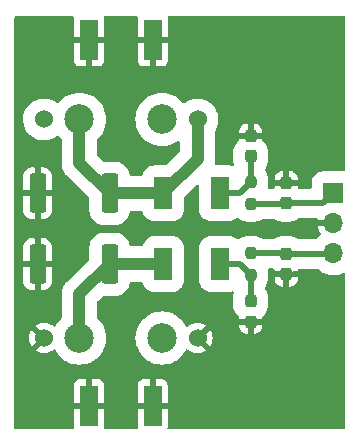
<source format=gbr>
%TF.GenerationSoftware,KiCad,Pcbnew,(5.99.0-12374-g2479e1d7b1)*%
%TF.CreationDate,2021-11-10T00:42:54+03:00*%
%TF.ProjectId,swr,7377722e-6b69-4636-9164-5f7063625858,rev?*%
%TF.SameCoordinates,Original*%
%TF.FileFunction,Copper,L2,Bot*%
%TF.FilePolarity,Positive*%
%FSLAX46Y46*%
G04 Gerber Fmt 4.6, Leading zero omitted, Abs format (unit mm)*
G04 Created by KiCad (PCBNEW (5.99.0-12374-g2479e1d7b1)) date 2021-11-10 00:42:54*
%MOMM*%
%LPD*%
G01*
G04 APERTURE LIST*
G04 Aperture macros list*
%AMRoundRect*
0 Rectangle with rounded corners*
0 $1 Rounding radius*
0 $2 $3 $4 $5 $6 $7 $8 $9 X,Y pos of 4 corners*
0 Add a 4 corners polygon primitive as box body*
4,1,4,$2,$3,$4,$5,$6,$7,$8,$9,$2,$3,0*
0 Add four circle primitives for the rounded corners*
1,1,$1+$1,$2,$3*
1,1,$1+$1,$4,$5*
1,1,$1+$1,$6,$7*
1,1,$1+$1,$8,$9*
0 Add four rect primitives between the rounded corners*
20,1,$1+$1,$2,$3,$4,$5,0*
20,1,$1+$1,$4,$5,$6,$7,0*
20,1,$1+$1,$6,$7,$8,$9,0*
20,1,$1+$1,$8,$9,$2,$3,0*%
G04 Aperture macros list end*
%TA.AperFunction,SMDPad,CuDef*%
%ADD10R,1.500000X3.500000*%
%TD*%
%TA.AperFunction,ComponentPad*%
%ADD11R,1.700000X1.700000*%
%TD*%
%TA.AperFunction,ComponentPad*%
%ADD12O,1.700000X1.700000*%
%TD*%
%TA.AperFunction,ComponentPad*%
%ADD13C,1.524000*%
%TD*%
%TA.AperFunction,ComponentPad*%
%ADD14C,2.500000*%
%TD*%
%TA.AperFunction,ComponentPad*%
%ADD15C,7.000000*%
%TD*%
%TA.AperFunction,SMDPad,CuDef*%
%ADD16RoundRect,0.237500X0.237500X-0.300000X0.237500X0.300000X-0.237500X0.300000X-0.237500X-0.300000X0*%
%TD*%
%TA.AperFunction,SMDPad,CuDef*%
%ADD17R,1.500000X2.700000*%
%TD*%
%TA.AperFunction,SMDPad,CuDef*%
%ADD18RoundRect,0.237500X0.237500X-0.250000X0.237500X0.250000X-0.237500X0.250000X-0.237500X-0.250000X0*%
%TD*%
%TA.AperFunction,SMDPad,CuDef*%
%ADD19RoundRect,0.249999X-0.450001X-1.425001X0.450001X-1.425001X0.450001X1.425001X-0.450001X1.425001X0*%
%TD*%
%TA.AperFunction,SMDPad,CuDef*%
%ADD20RoundRect,0.249999X0.450001X1.425001X-0.450001X1.425001X-0.450001X-1.425001X0.450001X-1.425001X0*%
%TD*%
%TA.AperFunction,SMDPad,CuDef*%
%ADD21RoundRect,0.237500X-0.237500X0.250000X-0.237500X-0.250000X0.237500X-0.250000X0.237500X0.250000X0*%
%TD*%
%TA.AperFunction,ViaPad*%
%ADD22C,0.800000*%
%TD*%
%TA.AperFunction,Conductor*%
%ADD23C,0.500000*%
%TD*%
%TA.AperFunction,Conductor*%
%ADD24C,1.000000*%
%TD*%
G04 APERTURE END LIST*
D10*
%TO.P,J1,2,Ext*%
%TO.N,GND*%
X144300000Y-70000000D03*
X149700000Y-70000000D03*
%TD*%
%TO.P,J2,2,Ext*%
%TO.N,GND*%
X144300000Y-101000000D03*
X149700000Y-101000000D03*
%TD*%
D11*
%TO.P,J3,1,Pin_1*%
%TO.N,Net-(C4-Pad1)*%
X165000000Y-83000000D03*
D12*
%TO.P,J3,2,Pin_2*%
%TO.N,GND*%
X165000000Y-85540000D03*
%TO.P,J3,3,Pin_3*%
%TO.N,Net-(C2-Pad2)*%
X165000000Y-88080000D03*
%TD*%
D13*
%TO.P,T1,1*%
%TO.N,Net-(J1-Pad1)*%
X140500000Y-76750000D03*
D14*
%TO.P,T1,2*%
%TO.N,Net-(D2-Pad2)*%
X143500000Y-76750000D03*
%TO.P,T1,3*%
%TO.N,Net-(J1-Pad1)*%
X150500000Y-76750000D03*
D13*
%TO.P,T1,4*%
%TO.N,Net-(D2-Pad2)*%
X153500000Y-76750000D03*
%TO.P,T1,5*%
%TO.N,GND*%
X140500000Y-95250000D03*
D14*
%TO.P,T1,6*%
%TO.N,Net-(D1-Pad2)*%
X143500000Y-95250000D03*
%TO.P,T1,7*%
%TO.N,Net-(J2-Pad1)*%
X150500000Y-95250000D03*
D13*
%TO.P,T1,8*%
%TO.N,GND*%
X153500000Y-95250000D03*
%TD*%
D15*
%TO.P,H2,1,1*%
%TO.N,GND*%
X161290000Y-98425000D03*
%TD*%
%TO.P,H1,1,1*%
%TO.N,GND*%
X161290000Y-72390000D03*
%TD*%
D16*
%TO.P,C1,1*%
%TO.N,GND*%
X158000000Y-93862500D03*
%TO.P,C1,2*%
%TO.N,Net-(C1-Pad2)*%
X158000000Y-92137500D03*
%TD*%
%TO.P,C3,1*%
%TO.N,Net-(C3-Pad1)*%
X158000000Y-79862500D03*
%TO.P,C3,2*%
%TO.N,GND*%
X158000000Y-78137500D03*
%TD*%
%TO.P,C4,1*%
%TO.N,Net-(C4-Pad1)*%
X161000000Y-83862500D03*
%TO.P,C4,2*%
%TO.N,GND*%
X161000000Y-82137500D03*
%TD*%
D17*
%TO.P,D1,1,K*%
%TO.N,Net-(C1-Pad2)*%
X155400000Y-89000000D03*
%TO.P,D1,2,A*%
%TO.N,Net-(D1-Pad2)*%
X150600000Y-89000000D03*
%TD*%
%TO.P,D2,1,K*%
%TO.N,Net-(C3-Pad1)*%
X155400000Y-83000000D03*
%TO.P,D2,2,A*%
%TO.N,Net-(D2-Pad2)*%
X150600000Y-83000000D03*
%TD*%
D18*
%TO.P,R1,1*%
%TO.N,Net-(C1-Pad2)*%
X158000000Y-89912500D03*
%TO.P,R1,2*%
%TO.N,Net-(C2-Pad2)*%
X158000000Y-88087500D03*
%TD*%
D19*
%TO.P,R2,1*%
%TO.N,GND*%
X139950000Y-89000000D03*
%TO.P,R2,2*%
%TO.N,Net-(D1-Pad2)*%
X146050000Y-89000000D03*
%TD*%
D20*
%TO.P,R3,1*%
%TO.N,Net-(D2-Pad2)*%
X146050000Y-83000000D03*
%TO.P,R3,2*%
%TO.N,GND*%
X139950000Y-83000000D03*
%TD*%
D21*
%TO.P,R4,1*%
%TO.N,Net-(C3-Pad1)*%
X158000000Y-82087500D03*
%TO.P,R4,2*%
%TO.N,Net-(C4-Pad1)*%
X158000000Y-83912500D03*
%TD*%
D16*
%TO.P,C2,1*%
%TO.N,GND*%
X161000000Y-89862500D03*
%TO.P,C2,2*%
%TO.N,Net-(C2-Pad2)*%
X161000000Y-88137500D03*
%TD*%
D22*
%TO.N,GND*%
X147955000Y-79375000D03*
X142000000Y-87000000D03*
X152400000Y-69215000D03*
X142000000Y-88265000D03*
X152400000Y-102235000D03*
X142000000Y-82550000D03*
X143510000Y-86995000D03*
X141605000Y-99695000D03*
X152400000Y-70485000D03*
X142000000Y-85000000D03*
X148000000Y-86000000D03*
X142000000Y-83820000D03*
X141605000Y-100965000D03*
X152400000Y-99695000D03*
X152400000Y-100965000D03*
X141605000Y-70485000D03*
X152400000Y-71755000D03*
X141605000Y-69215000D03*
X143510000Y-85000000D03*
X147955000Y-92710000D03*
X153000000Y-86000000D03*
X141605000Y-102235000D03*
X142000000Y-89535000D03*
X141605000Y-71755000D03*
%TD*%
D23*
%TO.N,Net-(C1-Pad2)*%
X158000000Y-89912500D02*
X158000000Y-92137500D01*
X157087500Y-89000000D02*
X158000000Y-89912500D01*
X155400000Y-89000000D02*
X157087500Y-89000000D01*
%TO.N,Net-(C2-Pad2)*%
X160950000Y-88087500D02*
X161000000Y-88137500D01*
X158000000Y-88087500D02*
X160950000Y-88087500D01*
X161000000Y-88137500D02*
X164942500Y-88137500D01*
X164942500Y-88137500D02*
X165000000Y-88080000D01*
%TO.N,Net-(C3-Pad1)*%
X155400000Y-83000000D02*
X157087500Y-83000000D01*
X157087500Y-83000000D02*
X158000000Y-82087500D01*
X158000000Y-82087500D02*
X158000000Y-79862500D01*
%TO.N,Net-(C4-Pad1)*%
X160950000Y-83912500D02*
X161000000Y-83862500D01*
X161000000Y-83862500D02*
X164137500Y-83862500D01*
X164137500Y-83862500D02*
X165000000Y-83000000D01*
X158000000Y-83912500D02*
X160950000Y-83912500D01*
D24*
%TO.N,Net-(D1-Pad2)*%
X143500000Y-95250000D02*
X143500000Y-91550000D01*
X143500000Y-91550000D02*
X146050000Y-89000000D01*
X146050000Y-89000000D02*
X150600000Y-89000000D01*
%TO.N,Net-(D2-Pad2)*%
X153500000Y-76750000D02*
X153500000Y-80100000D01*
X153500000Y-80100000D02*
X150600000Y-83000000D01*
X143500000Y-80450000D02*
X146050000Y-83000000D01*
X143500000Y-76750000D02*
X143500000Y-80450000D01*
X146050000Y-83000000D02*
X150600000Y-83000000D01*
%TD*%
%TA.AperFunction,Conductor*%
%TO.N,GND*%
G36*
X142991650Y-68020002D02*
G01*
X143038143Y-68073658D01*
X143047635Y-68139672D01*
X143048748Y-68139793D01*
X143042369Y-68198514D01*
X143042000Y-68205328D01*
X143042000Y-69727885D01*
X143046475Y-69743124D01*
X143047865Y-69744329D01*
X143055548Y-69746000D01*
X145539884Y-69746000D01*
X145555123Y-69741525D01*
X145556328Y-69740135D01*
X145557999Y-69732452D01*
X145557999Y-68205331D01*
X145557629Y-68198510D01*
X145551252Y-68139793D01*
X145554738Y-68139414D01*
X145557526Y-68084426D01*
X145598885Y-68026720D01*
X145664877Y-68000534D01*
X145676470Y-68000000D01*
X148323529Y-68000000D01*
X148391650Y-68020002D01*
X148438143Y-68073658D01*
X148447635Y-68139672D01*
X148448748Y-68139793D01*
X148442369Y-68198514D01*
X148442000Y-68205328D01*
X148442000Y-69727885D01*
X148446475Y-69743124D01*
X148447865Y-69744329D01*
X148455548Y-69746000D01*
X150939884Y-69746000D01*
X150955123Y-69741525D01*
X150956328Y-69740135D01*
X150957999Y-69732452D01*
X150957999Y-68205331D01*
X150957629Y-68198510D01*
X150951252Y-68139793D01*
X150954738Y-68139414D01*
X150957526Y-68084426D01*
X150998885Y-68026720D01*
X151064877Y-68000534D01*
X151076470Y-68000000D01*
X165874000Y-68000000D01*
X165942121Y-68020002D01*
X165988614Y-68073658D01*
X166000000Y-68126000D01*
X166000000Y-81023500D01*
X165979998Y-81091621D01*
X165926342Y-81138114D01*
X165874000Y-81149500D01*
X164092184Y-81149500D01*
X164089397Y-81149749D01*
X164089391Y-81149749D01*
X164010883Y-81156756D01*
X163971913Y-81160234D01*
X163776530Y-81216259D01*
X163596404Y-81310427D01*
X163591461Y-81314458D01*
X163591460Y-81314459D01*
X163527166Y-81366896D01*
X163438891Y-81438891D01*
X163434862Y-81443831D01*
X163347329Y-81551158D01*
X163310427Y-81596404D01*
X163216259Y-81776530D01*
X163160234Y-81971913D01*
X163149500Y-82092184D01*
X163149500Y-82486000D01*
X163129498Y-82554121D01*
X163075842Y-82600614D01*
X163023500Y-82612000D01*
X162109000Y-82612000D01*
X162040879Y-82591998D01*
X161994386Y-82538342D01*
X161983000Y-82486000D01*
X161983000Y-82409615D01*
X161978525Y-82394376D01*
X161977135Y-82393171D01*
X161969452Y-82391500D01*
X161671092Y-82391500D01*
X161639757Y-82387541D01*
X161438374Y-82335834D01*
X161374851Y-82330667D01*
X161301575Y-82324707D01*
X161301563Y-82324707D01*
X161299024Y-82324500D01*
X160700976Y-82324500D01*
X160698437Y-82324707D01*
X160698425Y-82324707D01*
X160625149Y-82330667D01*
X160561626Y-82335834D01*
X160360243Y-82387541D01*
X160328908Y-82391500D01*
X160035115Y-82391500D01*
X160019876Y-82395975D01*
X160018671Y-82397365D01*
X160017000Y-82405048D01*
X160017000Y-82483766D01*
X160017337Y-82490285D01*
X160017643Y-82493229D01*
X160004783Y-82563051D01*
X159973142Y-82602901D01*
X159969788Y-82605706D01*
X159965176Y-82608911D01*
X159948992Y-82625095D01*
X159886680Y-82659121D01*
X159859897Y-82662000D01*
X159590775Y-82662000D01*
X159522654Y-82641998D01*
X159476161Y-82588342D01*
X159465190Y-82525786D01*
X159475293Y-82401575D01*
X159475293Y-82401563D01*
X159475500Y-82399024D01*
X159475500Y-81791185D01*
X160017000Y-81791185D01*
X160017000Y-81865385D01*
X160021475Y-81880624D01*
X160022865Y-81881829D01*
X160030548Y-81883500D01*
X160727885Y-81883500D01*
X160743124Y-81879025D01*
X160744329Y-81877635D01*
X160746000Y-81869952D01*
X160746000Y-81110115D01*
X160744659Y-81105548D01*
X161254000Y-81105548D01*
X161254000Y-81865385D01*
X161258475Y-81880624D01*
X161259865Y-81881829D01*
X161267548Y-81883500D01*
X161964885Y-81883500D01*
X161980124Y-81879025D01*
X161981329Y-81877635D01*
X161983000Y-81869952D01*
X161983000Y-81791234D01*
X161982663Y-81784718D01*
X161972925Y-81690868D01*
X161970032Y-81677472D01*
X161919512Y-81526047D01*
X161913347Y-81512885D01*
X161829574Y-81377508D01*
X161820540Y-81366110D01*
X161707871Y-81253637D01*
X161696460Y-81244625D01*
X161560937Y-81161088D01*
X161547759Y-81154944D01*
X161396234Y-81104685D01*
X161382868Y-81101819D01*
X161290230Y-81092328D01*
X161283815Y-81092000D01*
X161272115Y-81092000D01*
X161256876Y-81096475D01*
X161255671Y-81097865D01*
X161254000Y-81105548D01*
X160744659Y-81105548D01*
X160741525Y-81094876D01*
X160740135Y-81093671D01*
X160732452Y-81092000D01*
X160716234Y-81092000D01*
X160709718Y-81092337D01*
X160615868Y-81102075D01*
X160602472Y-81104968D01*
X160451047Y-81155488D01*
X160437885Y-81161653D01*
X160302508Y-81245426D01*
X160291110Y-81254460D01*
X160178637Y-81367129D01*
X160169625Y-81378540D01*
X160086088Y-81514063D01*
X160079944Y-81527241D01*
X160029685Y-81678766D01*
X160026819Y-81692132D01*
X160017328Y-81784770D01*
X160017000Y-81791185D01*
X159475500Y-81791185D01*
X159475500Y-81775976D01*
X159464166Y-81636626D01*
X159409207Y-81422577D01*
X159404546Y-81412396D01*
X159319548Y-81226744D01*
X159319545Y-81226739D01*
X159317212Y-81221643D01*
X159273035Y-81158080D01*
X159250500Y-81086171D01*
X159250500Y-80913829D01*
X159273035Y-80841919D01*
X159288356Y-80819876D01*
X159317212Y-80778357D01*
X159319545Y-80773261D01*
X159319548Y-80773256D01*
X159406870Y-80582528D01*
X159406871Y-80582526D01*
X159409207Y-80577423D01*
X159464166Y-80363374D01*
X159475500Y-80224024D01*
X159475500Y-79500976D01*
X159474966Y-79494403D01*
X159464601Y-79366979D01*
X159464166Y-79361626D01*
X159409207Y-79147577D01*
X159343957Y-79005059D01*
X159319548Y-78951744D01*
X159319545Y-78951739D01*
X159317212Y-78946643D01*
X159314011Y-78942037D01*
X159194292Y-78769784D01*
X159194290Y-78769782D01*
X159191089Y-78765176D01*
X159034824Y-78608911D01*
X159030219Y-78605710D01*
X159026864Y-78602905D01*
X158987437Y-78543862D01*
X158982347Y-78493401D01*
X158982673Y-78490224D01*
X158983000Y-78483815D01*
X158983000Y-78409615D01*
X158978525Y-78394376D01*
X158977135Y-78393171D01*
X158969452Y-78391500D01*
X158671092Y-78391500D01*
X158639757Y-78387541D01*
X158438374Y-78335834D01*
X158374851Y-78330667D01*
X158301575Y-78324707D01*
X158301563Y-78324707D01*
X158299024Y-78324500D01*
X157700976Y-78324500D01*
X157698437Y-78324707D01*
X157698425Y-78324707D01*
X157625149Y-78330667D01*
X157561626Y-78335834D01*
X157360243Y-78387541D01*
X157328908Y-78391500D01*
X157035115Y-78391500D01*
X157019876Y-78395975D01*
X157018671Y-78397365D01*
X157017000Y-78405048D01*
X157017000Y-78483766D01*
X157017337Y-78490285D01*
X157017643Y-78493229D01*
X157004783Y-78563051D01*
X156973142Y-78602901D01*
X156969788Y-78605706D01*
X156965176Y-78608911D01*
X156808911Y-78765176D01*
X156805710Y-78769782D01*
X156805708Y-78769784D01*
X156685989Y-78942037D01*
X156682788Y-78946643D01*
X156680455Y-78951739D01*
X156680452Y-78951744D01*
X156656043Y-79005059D01*
X156590793Y-79147577D01*
X156535834Y-79361626D01*
X156535399Y-79366979D01*
X156525035Y-79494403D01*
X156524500Y-79500976D01*
X156524500Y-80224024D01*
X156535834Y-80363374D01*
X156579208Y-80532303D01*
X156579910Y-80535036D01*
X156577478Y-80605991D01*
X156537070Y-80664367D01*
X156471517Y-80691630D01*
X156423141Y-80687490D01*
X156328087Y-80660234D01*
X156296455Y-80657411D01*
X156210609Y-80649749D01*
X156210603Y-80649749D01*
X156207816Y-80649500D01*
X155072748Y-80649500D01*
X155004627Y-80629498D01*
X154958134Y-80575842D01*
X154948030Y-80505568D01*
X154949547Y-80497089D01*
X154957123Y-80461749D01*
X154958907Y-80454488D01*
X154977592Y-80387113D01*
X154977592Y-80387111D01*
X154978974Y-80382129D01*
X154979523Y-80376988D01*
X154979525Y-80376980D01*
X154983028Y-80344208D01*
X154985113Y-80331189D01*
X154992018Y-80298980D01*
X154992019Y-80298971D01*
X154993102Y-80293920D01*
X154993401Y-80287596D01*
X154996639Y-80218918D01*
X154997213Y-80211462D01*
X155000143Y-80184045D01*
X155000500Y-80180708D01*
X155000500Y-80140027D01*
X155000640Y-80134091D01*
X155004482Y-80052619D01*
X155004726Y-80047454D01*
X155001361Y-80018810D01*
X155000500Y-80004109D01*
X155000500Y-77791185D01*
X157017000Y-77791185D01*
X157017000Y-77865385D01*
X157021475Y-77880624D01*
X157022865Y-77881829D01*
X157030548Y-77883500D01*
X157727885Y-77883500D01*
X157743124Y-77879025D01*
X157744329Y-77877635D01*
X157746000Y-77869952D01*
X157746000Y-77110115D01*
X157744659Y-77105548D01*
X158254000Y-77105548D01*
X158254000Y-77865385D01*
X158258475Y-77880624D01*
X158259865Y-77881829D01*
X158267548Y-77883500D01*
X158964885Y-77883500D01*
X158980124Y-77879025D01*
X158981329Y-77877635D01*
X158983000Y-77869952D01*
X158983000Y-77791234D01*
X158982663Y-77784718D01*
X158972925Y-77690868D01*
X158970032Y-77677472D01*
X158919512Y-77526047D01*
X158913347Y-77512885D01*
X158829574Y-77377508D01*
X158820540Y-77366110D01*
X158707871Y-77253637D01*
X158696460Y-77244625D01*
X158560937Y-77161088D01*
X158547759Y-77154944D01*
X158396234Y-77104685D01*
X158382868Y-77101819D01*
X158290230Y-77092328D01*
X158283815Y-77092000D01*
X158272115Y-77092000D01*
X158256876Y-77096475D01*
X158255671Y-77097865D01*
X158254000Y-77105548D01*
X157744659Y-77105548D01*
X157741525Y-77094876D01*
X157740135Y-77093671D01*
X157732452Y-77092000D01*
X157716234Y-77092000D01*
X157709718Y-77092337D01*
X157615868Y-77102075D01*
X157602472Y-77104968D01*
X157451047Y-77155488D01*
X157437885Y-77161653D01*
X157302508Y-77245426D01*
X157291110Y-77254460D01*
X157178637Y-77367129D01*
X157169625Y-77378540D01*
X157086088Y-77514063D01*
X157079944Y-77527241D01*
X157029685Y-77678766D01*
X157026819Y-77692132D01*
X157017328Y-77784770D01*
X157017000Y-77791185D01*
X155000500Y-77791185D01*
X155000500Y-77712395D01*
X155020528Y-77644234D01*
X155053258Y-77593350D01*
X155160852Y-77354501D01*
X155231960Y-77102371D01*
X155248802Y-76969985D01*
X155264622Y-76845631D01*
X155264622Y-76845627D01*
X155265020Y-76842501D01*
X155267442Y-76750000D01*
X155248028Y-76488755D01*
X155190213Y-76233250D01*
X155188520Y-76228896D01*
X155096960Y-75993450D01*
X155096959Y-75993448D01*
X155095267Y-75989097D01*
X155074015Y-75951914D01*
X154967595Y-75765716D01*
X154967593Y-75765714D01*
X154965276Y-75761659D01*
X154803095Y-75555933D01*
X154612287Y-75376440D01*
X154581418Y-75355025D01*
X154400887Y-75229785D01*
X154400884Y-75229783D01*
X154397045Y-75227120D01*
X154392855Y-75225054D01*
X154392852Y-75225052D01*
X154166283Y-75113321D01*
X154166280Y-75113320D01*
X154162095Y-75111256D01*
X154115832Y-75096447D01*
X154061752Y-75079136D01*
X153912601Y-75031393D01*
X153907994Y-75030643D01*
X153907991Y-75030642D01*
X153658654Y-74990035D01*
X153658655Y-74990035D01*
X153654043Y-74989284D01*
X153526858Y-74987619D01*
X153396777Y-74985916D01*
X153396774Y-74985916D01*
X153392100Y-74985855D01*
X153132528Y-75021181D01*
X153128042Y-75022489D01*
X153128040Y-75022489D01*
X153097492Y-75031393D01*
X152881029Y-75094486D01*
X152643127Y-75204160D01*
X152424049Y-75347794D01*
X152421652Y-75349933D01*
X152355793Y-75375398D01*
X152286243Y-75361136D01*
X152250572Y-75332913D01*
X152097467Y-75158331D01*
X152094758Y-75155242D01*
X152091669Y-75152533D01*
X151876057Y-74963445D01*
X151876051Y-74963441D01*
X151872957Y-74960727D01*
X151869527Y-74958435D01*
X151869526Y-74958434D01*
X151631098Y-74799122D01*
X151627665Y-74796828D01*
X151623966Y-74795004D01*
X151623961Y-74795001D01*
X151366772Y-74668170D01*
X151366770Y-74668169D01*
X151363077Y-74666348D01*
X151359177Y-74665024D01*
X151087632Y-74572846D01*
X151087628Y-74572845D01*
X151083722Y-74571519D01*
X151079678Y-74570715D01*
X151079672Y-74570713D01*
X150798423Y-74514770D01*
X150798420Y-74514770D01*
X150794380Y-74513966D01*
X150790269Y-74513697D01*
X150790265Y-74513696D01*
X150504119Y-74494941D01*
X150500000Y-74494671D01*
X150495881Y-74494941D01*
X150209735Y-74513696D01*
X150209731Y-74513697D01*
X150205620Y-74513966D01*
X150201580Y-74514770D01*
X150201577Y-74514770D01*
X149920328Y-74570713D01*
X149920322Y-74570715D01*
X149916278Y-74571519D01*
X149912372Y-74572845D01*
X149912368Y-74572846D01*
X149640823Y-74665024D01*
X149636923Y-74666348D01*
X149633230Y-74668169D01*
X149633228Y-74668170D01*
X149376040Y-74795001D01*
X149376035Y-74795004D01*
X149372336Y-74796828D01*
X149127043Y-74960727D01*
X149123949Y-74963441D01*
X149123943Y-74963445D01*
X148908331Y-75152533D01*
X148905242Y-75155242D01*
X148902533Y-75158331D01*
X148713445Y-75373943D01*
X148713441Y-75373949D01*
X148710727Y-75377043D01*
X148546828Y-75622336D01*
X148545004Y-75626035D01*
X148545001Y-75626040D01*
X148418170Y-75883228D01*
X148416348Y-75886923D01*
X148415025Y-75890821D01*
X148415024Y-75890823D01*
X148380187Y-75993450D01*
X148321519Y-76166278D01*
X148320715Y-76170322D01*
X148320713Y-76170328D01*
X148264770Y-76451577D01*
X148263966Y-76455620D01*
X148263697Y-76459731D01*
X148263696Y-76459735D01*
X148261794Y-76488755D01*
X148244671Y-76750000D01*
X148263966Y-77044380D01*
X148264770Y-77048420D01*
X148264770Y-77048423D01*
X148303797Y-77244625D01*
X148321519Y-77333722D01*
X148322845Y-77337628D01*
X148322846Y-77337632D01*
X148415024Y-77609177D01*
X148416348Y-77613077D01*
X148418169Y-77616770D01*
X148418170Y-77616772D01*
X148543025Y-77869952D01*
X148546828Y-77877664D01*
X148710727Y-78122957D01*
X148713441Y-78126051D01*
X148713445Y-78126057D01*
X148818733Y-78246114D01*
X148905242Y-78344758D01*
X148908331Y-78347467D01*
X149123943Y-78536555D01*
X149123949Y-78536559D01*
X149127043Y-78539273D01*
X149130469Y-78541562D01*
X149130474Y-78541566D01*
X149271908Y-78636069D01*
X149372335Y-78703172D01*
X149376034Y-78704996D01*
X149376039Y-78704999D01*
X149507411Y-78769784D01*
X149636923Y-78833652D01*
X149640821Y-78834975D01*
X149640823Y-78834976D01*
X149912368Y-78927154D01*
X149912372Y-78927155D01*
X149916278Y-78928481D01*
X149920322Y-78929285D01*
X149920328Y-78929287D01*
X150201577Y-78985230D01*
X150201580Y-78985230D01*
X150205620Y-78986034D01*
X150209731Y-78986303D01*
X150209735Y-78986304D01*
X150495881Y-79005059D01*
X150500000Y-79005329D01*
X150504119Y-79005059D01*
X150790265Y-78986304D01*
X150790269Y-78986303D01*
X150794380Y-78986034D01*
X150798420Y-78985230D01*
X150798423Y-78985230D01*
X151079672Y-78929287D01*
X151079678Y-78929285D01*
X151083722Y-78928481D01*
X151087628Y-78927155D01*
X151087632Y-78927154D01*
X151359177Y-78834976D01*
X151359179Y-78834975D01*
X151363077Y-78833652D01*
X151492589Y-78769784D01*
X151623961Y-78704999D01*
X151623966Y-78704996D01*
X151627665Y-78703172D01*
X151803498Y-78585684D01*
X151871251Y-78564469D01*
X151939718Y-78583252D01*
X151987161Y-78636069D01*
X151999500Y-78690449D01*
X151999500Y-79426282D01*
X151979498Y-79494403D01*
X151962595Y-79515377D01*
X150865378Y-80612595D01*
X150803066Y-80646620D01*
X150776283Y-80649500D01*
X149792184Y-80649500D01*
X149789397Y-80649749D01*
X149789391Y-80649749D01*
X149703545Y-80657411D01*
X149671913Y-80660234D01*
X149476530Y-80716259D01*
X149296404Y-80810427D01*
X149291461Y-80814458D01*
X149291460Y-80814459D01*
X149196589Y-80891834D01*
X149138891Y-80938891D01*
X149134862Y-80943831D01*
X149022546Y-81081545D01*
X149010427Y-81096404D01*
X149007472Y-81102057D01*
X149007471Y-81102058D01*
X149004788Y-81107190D01*
X148916259Y-81276530D01*
X148890573Y-81366110D01*
X148878495Y-81408230D01*
X148840491Y-81468199D01*
X148776099Y-81498101D01*
X148757376Y-81499500D01*
X147865581Y-81499500D01*
X147797460Y-81479498D01*
X147750967Y-81425842D01*
X147739996Y-81383717D01*
X147739486Y-81377447D01*
X147739051Y-81372097D01*
X147729952Y-81336656D01*
X147684934Y-81161328D01*
X147683537Y-81155887D01*
X147654288Y-81092000D01*
X147617215Y-81011027D01*
X147590614Y-80952924D01*
X147578308Y-80935217D01*
X147545325Y-80887762D01*
X147463218Y-80769625D01*
X147305375Y-80611782D01*
X147166315Y-80515133D01*
X147126682Y-80487587D01*
X147126680Y-80487586D01*
X147122076Y-80484386D01*
X146995020Y-80426216D01*
X146924218Y-80393800D01*
X146924216Y-80393799D01*
X146919113Y-80391463D01*
X146702903Y-80335949D01*
X146638769Y-80330733D01*
X146564690Y-80324707D01*
X146564678Y-80324707D01*
X146562139Y-80324500D01*
X146366999Y-80324500D01*
X145548718Y-80324501D01*
X145480597Y-80304499D01*
X145459623Y-80287596D01*
X145037405Y-79865378D01*
X145003379Y-79803066D01*
X145000500Y-79776283D01*
X145000500Y-78484510D01*
X145020502Y-78416389D01*
X145043423Y-78389778D01*
X145091662Y-78347474D01*
X145091669Y-78347467D01*
X145094758Y-78344758D01*
X145181267Y-78246114D01*
X145286555Y-78126057D01*
X145286559Y-78126051D01*
X145289273Y-78122957D01*
X145453172Y-77877664D01*
X145456976Y-77869952D01*
X145581830Y-77616772D01*
X145581831Y-77616770D01*
X145583652Y-77613077D01*
X145584976Y-77609177D01*
X145677154Y-77337632D01*
X145677155Y-77337628D01*
X145678481Y-77333722D01*
X145696204Y-77244625D01*
X145735230Y-77048423D01*
X145735230Y-77048420D01*
X145736034Y-77044380D01*
X145755329Y-76750000D01*
X145738206Y-76488755D01*
X145736304Y-76459735D01*
X145736303Y-76459731D01*
X145736034Y-76455620D01*
X145735230Y-76451577D01*
X145679287Y-76170328D01*
X145679285Y-76170322D01*
X145678481Y-76166278D01*
X145619814Y-75993450D01*
X145584976Y-75890823D01*
X145584975Y-75890821D01*
X145583652Y-75886923D01*
X145581830Y-75883228D01*
X145454999Y-75626040D01*
X145454996Y-75626035D01*
X145453172Y-75622336D01*
X145289273Y-75377043D01*
X145286559Y-75373949D01*
X145286555Y-75373943D01*
X145097467Y-75158331D01*
X145094758Y-75155242D01*
X145091669Y-75152533D01*
X144876057Y-74963445D01*
X144876051Y-74963441D01*
X144872957Y-74960727D01*
X144869527Y-74958435D01*
X144869526Y-74958434D01*
X144631098Y-74799122D01*
X144627665Y-74796828D01*
X144623966Y-74795004D01*
X144623961Y-74795001D01*
X144366772Y-74668170D01*
X144366770Y-74668169D01*
X144363077Y-74666348D01*
X144359177Y-74665024D01*
X144087632Y-74572846D01*
X144087628Y-74572845D01*
X144083722Y-74571519D01*
X144079678Y-74570715D01*
X144079672Y-74570713D01*
X143798423Y-74514770D01*
X143798420Y-74514770D01*
X143794380Y-74513966D01*
X143790269Y-74513697D01*
X143790265Y-74513696D01*
X143504119Y-74494941D01*
X143500000Y-74494671D01*
X143495881Y-74494941D01*
X143209735Y-74513696D01*
X143209731Y-74513697D01*
X143205620Y-74513966D01*
X143201580Y-74514770D01*
X143201577Y-74514770D01*
X142920328Y-74570713D01*
X142920322Y-74570715D01*
X142916278Y-74571519D01*
X142912372Y-74572845D01*
X142912368Y-74572846D01*
X142640823Y-74665024D01*
X142636923Y-74666348D01*
X142633230Y-74668169D01*
X142633228Y-74668170D01*
X142376040Y-74795001D01*
X142376035Y-74795004D01*
X142372336Y-74796828D01*
X142127043Y-74960727D01*
X142123949Y-74963441D01*
X142123943Y-74963445D01*
X141908331Y-75152533D01*
X141905242Y-75155242D01*
X141842207Y-75227120D01*
X141747970Y-75334576D01*
X141688016Y-75372603D01*
X141617021Y-75372181D01*
X141581418Y-75355025D01*
X141400887Y-75229785D01*
X141400884Y-75229783D01*
X141397045Y-75227120D01*
X141392855Y-75225054D01*
X141392852Y-75225052D01*
X141166283Y-75113321D01*
X141166280Y-75113320D01*
X141162095Y-75111256D01*
X141115832Y-75096447D01*
X141061752Y-75079136D01*
X140912601Y-75031393D01*
X140907994Y-75030643D01*
X140907991Y-75030642D01*
X140658654Y-74990035D01*
X140658655Y-74990035D01*
X140654043Y-74989284D01*
X140526858Y-74987619D01*
X140396777Y-74985916D01*
X140396774Y-74985916D01*
X140392100Y-74985855D01*
X140132528Y-75021181D01*
X140128042Y-75022489D01*
X140128040Y-75022489D01*
X140097492Y-75031393D01*
X139881029Y-75094486D01*
X139643127Y-75204160D01*
X139608107Y-75227120D01*
X139427962Y-75345228D01*
X139427958Y-75345231D01*
X139424049Y-75347794D01*
X139228609Y-75522232D01*
X139061098Y-75723641D01*
X138925198Y-75947598D01*
X138923389Y-75951912D01*
X138923388Y-75951914D01*
X138905971Y-75993450D01*
X138823893Y-76189182D01*
X138759409Y-76443087D01*
X138733164Y-76703734D01*
X138745732Y-76965397D01*
X138746645Y-76969985D01*
X138784658Y-77161088D01*
X138796839Y-77222328D01*
X138798418Y-77226726D01*
X138798420Y-77226733D01*
X138883778Y-77464474D01*
X138885361Y-77468883D01*
X139009355Y-77699646D01*
X139012150Y-77703389D01*
X139012152Y-77703392D01*
X139163303Y-77905808D01*
X139163308Y-77905814D01*
X139166095Y-77909546D01*
X139169404Y-77912826D01*
X139169409Y-77912832D01*
X139324323Y-78066400D01*
X139352138Y-78093973D01*
X139355900Y-78096731D01*
X139355903Y-78096734D01*
X139472667Y-78182349D01*
X139563398Y-78248876D01*
X139567529Y-78251050D01*
X139567530Y-78251050D01*
X139791099Y-78368675D01*
X139791105Y-78368677D01*
X139795234Y-78370850D01*
X139799642Y-78372389D01*
X139799648Y-78372392D01*
X140038136Y-78455676D01*
X140042552Y-78457218D01*
X140299920Y-78506081D01*
X140424175Y-78510963D01*
X140557015Y-78516182D01*
X140557020Y-78516182D01*
X140561683Y-78516365D01*
X140663540Y-78505210D01*
X140817438Y-78488356D01*
X140817444Y-78488355D01*
X140822091Y-78487846D01*
X140944281Y-78455676D01*
X141070900Y-78422340D01*
X141070902Y-78422339D01*
X141075423Y-78421149D01*
X141079720Y-78419303D01*
X141311820Y-78319585D01*
X141311822Y-78319584D01*
X141316114Y-78317740D01*
X141538876Y-78179891D01*
X141571657Y-78152140D01*
X141636573Y-78123392D01*
X141706726Y-78134304D01*
X141747799Y-78165229D01*
X141905242Y-78344758D01*
X141908331Y-78347467D01*
X141908338Y-78347474D01*
X141956577Y-78389778D01*
X141994605Y-78449731D01*
X141999500Y-78484510D01*
X141999500Y-80334268D01*
X141998243Y-80352021D01*
X141997007Y-80360706D01*
X141997124Y-80365868D01*
X141997124Y-80365871D01*
X141999468Y-80469150D01*
X141999500Y-80472009D01*
X141999500Y-80512554D01*
X141999710Y-80515109D01*
X141999711Y-80515133D01*
X142000509Y-80524839D01*
X142000901Y-80532298D01*
X142002605Y-80607382D01*
X142003563Y-80612454D01*
X142003564Y-80612460D01*
X142009684Y-80644847D01*
X142011451Y-80657916D01*
X142013883Y-80687490D01*
X142014575Y-80695911D01*
X142015835Y-80700926D01*
X142032869Y-80768746D01*
X142034474Y-80776045D01*
X142047457Y-80844753D01*
X142048417Y-80849833D01*
X142050192Y-80854684D01*
X142050193Y-80854687D01*
X142061518Y-80885633D01*
X142065395Y-80898236D01*
X142074684Y-80935217D01*
X142082383Y-80952924D01*
X142104629Y-81004087D01*
X142107404Y-81011025D01*
X142133211Y-81081545D01*
X142148314Y-81108239D01*
X142151983Y-81114724D01*
X142157869Y-81126528D01*
X142173072Y-81161493D01*
X142213862Y-81224545D01*
X142217727Y-81230927D01*
X142252164Y-81291795D01*
X142252169Y-81291803D01*
X142254712Y-81296297D01*
X142257957Y-81300319D01*
X142257962Y-81300326D01*
X142278659Y-81325977D01*
X142286386Y-81336651D01*
X142307095Y-81368661D01*
X142357635Y-81424203D01*
X142362492Y-81429871D01*
X142379803Y-81451326D01*
X142379810Y-81451334D01*
X142381917Y-81453945D01*
X142410674Y-81482702D01*
X142414773Y-81486998D01*
X142473154Y-81551158D01*
X142477205Y-81554357D01*
X142477209Y-81554361D01*
X142495793Y-81569037D01*
X142506796Y-81578824D01*
X143421202Y-82493229D01*
X144312596Y-83384623D01*
X144346621Y-83446935D01*
X144349501Y-83473718D01*
X144349501Y-84487138D01*
X144360949Y-84627903D01*
X144362283Y-84633099D01*
X144362284Y-84633104D01*
X144383911Y-84717332D01*
X144416463Y-84844113D01*
X144509386Y-85047076D01*
X144636782Y-85230375D01*
X144794625Y-85388218D01*
X144977924Y-85515614D01*
X145104980Y-85573784D01*
X145175782Y-85606200D01*
X145175784Y-85606201D01*
X145180887Y-85608537D01*
X145397097Y-85664051D01*
X145461231Y-85669267D01*
X145535310Y-85675293D01*
X145535322Y-85675293D01*
X145537861Y-85675500D01*
X146049799Y-85675500D01*
X146562138Y-85675499D01*
X146702903Y-85664051D01*
X146708099Y-85662717D01*
X146708104Y-85662716D01*
X146913672Y-85609934D01*
X146919113Y-85608537D01*
X146924216Y-85606201D01*
X146924218Y-85606200D01*
X146995020Y-85573784D01*
X147122076Y-85515614D01*
X147305375Y-85388218D01*
X147463218Y-85230375D01*
X147590614Y-85047076D01*
X147683537Y-84844113D01*
X147739051Y-84627903D01*
X147739996Y-84616284D01*
X147765455Y-84550009D01*
X147822704Y-84508020D01*
X147865581Y-84500500D01*
X148757376Y-84500500D01*
X148825497Y-84520502D01*
X148871990Y-84574158D01*
X148878494Y-84591767D01*
X148916259Y-84723470D01*
X149010427Y-84903596D01*
X149014458Y-84908539D01*
X149014459Y-84908540D01*
X149104334Y-85018738D01*
X149138891Y-85061109D01*
X149143831Y-85065138D01*
X149288345Y-85183000D01*
X149296404Y-85189573D01*
X149476530Y-85283741D01*
X149671913Y-85339766D01*
X149703545Y-85342589D01*
X149789391Y-85350251D01*
X149789397Y-85350251D01*
X149792184Y-85350500D01*
X151407816Y-85350500D01*
X151410603Y-85350251D01*
X151410609Y-85350251D01*
X151496455Y-85342589D01*
X151528087Y-85339766D01*
X151723470Y-85283741D01*
X151903596Y-85189573D01*
X151911656Y-85183000D01*
X152056169Y-85065138D01*
X152061109Y-85061109D01*
X152095666Y-85018738D01*
X152185541Y-84908540D01*
X152185542Y-84908539D01*
X152189573Y-84903596D01*
X152283741Y-84723470D01*
X152339766Y-84528087D01*
X152343649Y-84484581D01*
X152350251Y-84410609D01*
X152350251Y-84410603D01*
X152350500Y-84407816D01*
X152350500Y-83423718D01*
X152370502Y-83355597D01*
X152387405Y-83334623D01*
X153434405Y-82287623D01*
X153496717Y-82253597D01*
X153567532Y-82258662D01*
X153624368Y-82301209D01*
X153649179Y-82367729D01*
X153649500Y-82376718D01*
X153649500Y-84407816D01*
X153649749Y-84410603D01*
X153649749Y-84410609D01*
X153656351Y-84484581D01*
X153660234Y-84528087D01*
X153716259Y-84723470D01*
X153810427Y-84903596D01*
X153814458Y-84908539D01*
X153814459Y-84908540D01*
X153904334Y-85018738D01*
X153938891Y-85061109D01*
X153943831Y-85065138D01*
X154088345Y-85183000D01*
X154096404Y-85189573D01*
X154276530Y-85283741D01*
X154471913Y-85339766D01*
X154503545Y-85342589D01*
X154589391Y-85350251D01*
X154589397Y-85350251D01*
X154592184Y-85350500D01*
X156207816Y-85350500D01*
X156210603Y-85350251D01*
X156210609Y-85350251D01*
X156296455Y-85342589D01*
X156328087Y-85339766D01*
X156523470Y-85283741D01*
X156703596Y-85189573D01*
X156708547Y-85185535D01*
X156800264Y-85110734D01*
X156865696Y-85083180D01*
X156935637Y-85095376D01*
X156960724Y-85111716D01*
X156961206Y-85112119D01*
X156965176Y-85116089D01*
X156969782Y-85119290D01*
X156969784Y-85119292D01*
X157135325Y-85234346D01*
X157146643Y-85242212D01*
X157151739Y-85244545D01*
X157151744Y-85244548D01*
X157342472Y-85331870D01*
X157342474Y-85331871D01*
X157347577Y-85334207D01*
X157561626Y-85389166D01*
X157625149Y-85394333D01*
X157698425Y-85400293D01*
X157698437Y-85400293D01*
X157700976Y-85400500D01*
X158299024Y-85400500D01*
X158301563Y-85400293D01*
X158301575Y-85400293D01*
X158374851Y-85394333D01*
X158438374Y-85389166D01*
X158652423Y-85334207D01*
X158657526Y-85331871D01*
X158657528Y-85331870D01*
X158848256Y-85244548D01*
X158848261Y-85244545D01*
X158853357Y-85242212D01*
X158934905Y-85185535D01*
X159006814Y-85163000D01*
X159993186Y-85163000D01*
X160065095Y-85185535D01*
X160146643Y-85242212D01*
X160151739Y-85244545D01*
X160151744Y-85244548D01*
X160342472Y-85331870D01*
X160342474Y-85331871D01*
X160347577Y-85334207D01*
X160561626Y-85389166D01*
X160625149Y-85394333D01*
X160698425Y-85400293D01*
X160698437Y-85400293D01*
X160700976Y-85400500D01*
X161299024Y-85400500D01*
X161301563Y-85400293D01*
X161301575Y-85400293D01*
X161374851Y-85394333D01*
X161438374Y-85389166D01*
X161652423Y-85334207D01*
X161657526Y-85331871D01*
X161657528Y-85331870D01*
X161848256Y-85244548D01*
X161848261Y-85244545D01*
X161853357Y-85242212D01*
X161870389Y-85230375D01*
X162006845Y-85135535D01*
X162078755Y-85113000D01*
X163543391Y-85113000D01*
X163611512Y-85133002D01*
X163658005Y-85186658D01*
X163668109Y-85256932D01*
X163664808Y-85272675D01*
X163664389Y-85274186D01*
X163665912Y-85282607D01*
X163678292Y-85286000D01*
X165128000Y-85286000D01*
X165196121Y-85306002D01*
X165242614Y-85359658D01*
X165254000Y-85412000D01*
X165254000Y-85668000D01*
X165233998Y-85736121D01*
X165180342Y-85782614D01*
X165128000Y-85794000D01*
X163683225Y-85794000D01*
X163669694Y-85797973D01*
X163668257Y-85807966D01*
X163698565Y-85942446D01*
X163701645Y-85952275D01*
X163781770Y-86149603D01*
X163786413Y-86158794D01*
X163897695Y-86340390D01*
X163903773Y-86348695D01*
X163941666Y-86392439D01*
X163971149Y-86457025D01*
X163961034Y-86527297D01*
X163919687Y-86577452D01*
X163817434Y-86650523D01*
X163801427Y-86665793D01*
X163638230Y-86821475D01*
X163627816Y-86831409D01*
X163621829Y-86839004D01*
X163563949Y-86880118D01*
X163522878Y-86887000D01*
X162078755Y-86887000D01*
X162006845Y-86864465D01*
X161857963Y-86760989D01*
X161857961Y-86760988D01*
X161853357Y-86757788D01*
X161848261Y-86755455D01*
X161848256Y-86755452D01*
X161657528Y-86668130D01*
X161657526Y-86668129D01*
X161652423Y-86665793D01*
X161438374Y-86610834D01*
X161374851Y-86605667D01*
X161301575Y-86599707D01*
X161301563Y-86599707D01*
X161299024Y-86599500D01*
X160700976Y-86599500D01*
X160698437Y-86599707D01*
X160698425Y-86599707D01*
X160625149Y-86605667D01*
X160561626Y-86610834D01*
X160347577Y-86665793D01*
X160342474Y-86668129D01*
X160342472Y-86668130D01*
X160151744Y-86755452D01*
X160151739Y-86755455D01*
X160146643Y-86757788D01*
X160065099Y-86814463D01*
X160065096Y-86814465D01*
X159993186Y-86837000D01*
X159006814Y-86837000D01*
X158934904Y-86814465D01*
X158934902Y-86814463D01*
X158853357Y-86757788D01*
X158848261Y-86755455D01*
X158848256Y-86755452D01*
X158657528Y-86668130D01*
X158657526Y-86668129D01*
X158652423Y-86665793D01*
X158438374Y-86610834D01*
X158374851Y-86605667D01*
X158301575Y-86599707D01*
X158301563Y-86599707D01*
X158299024Y-86599500D01*
X157700976Y-86599500D01*
X157698437Y-86599707D01*
X157698425Y-86599707D01*
X157625149Y-86605667D01*
X157561626Y-86610834D01*
X157347577Y-86665793D01*
X157342474Y-86668129D01*
X157342472Y-86668130D01*
X157151744Y-86755452D01*
X157151739Y-86755455D01*
X157146643Y-86757788D01*
X157142039Y-86760988D01*
X157142037Y-86760989D01*
X156969784Y-86880708D01*
X156969782Y-86880710D01*
X156965176Y-86883911D01*
X156961206Y-86887881D01*
X156960724Y-86888284D01*
X156895634Y-86916637D01*
X156825549Y-86905298D01*
X156800264Y-86889266D01*
X156708545Y-86814463D01*
X156708543Y-86814462D01*
X156703596Y-86810427D01*
X156523470Y-86716259D01*
X156328087Y-86660234D01*
X156296455Y-86657411D01*
X156210609Y-86649749D01*
X156210603Y-86649749D01*
X156207816Y-86649500D01*
X154592184Y-86649500D01*
X154589397Y-86649749D01*
X154589391Y-86649749D01*
X154503545Y-86657411D01*
X154471913Y-86660234D01*
X154276530Y-86716259D01*
X154096404Y-86810427D01*
X154091461Y-86814458D01*
X154091460Y-86814459D01*
X153999737Y-86889266D01*
X153938891Y-86938891D01*
X153934862Y-86943831D01*
X153903652Y-86982099D01*
X153810427Y-87096404D01*
X153716259Y-87276530D01*
X153660234Y-87471913D01*
X153659701Y-87477886D01*
X153655819Y-87521387D01*
X153649500Y-87592184D01*
X153649500Y-90407816D01*
X153649749Y-90410603D01*
X153649749Y-90410609D01*
X153656472Y-90485937D01*
X153660234Y-90528087D01*
X153716259Y-90723470D01*
X153779823Y-90845056D01*
X153805647Y-90894452D01*
X153810427Y-90903596D01*
X153814458Y-90908539D01*
X153814459Y-90908540D01*
X153904334Y-91018738D01*
X153938891Y-91061109D01*
X153943831Y-91065138D01*
X154088345Y-91183000D01*
X154096404Y-91189573D01*
X154276530Y-91283741D01*
X154471913Y-91339766D01*
X154503545Y-91342589D01*
X154589391Y-91350251D01*
X154589397Y-91350251D01*
X154592184Y-91350500D01*
X156207816Y-91350500D01*
X156210603Y-91350251D01*
X156210609Y-91350251D01*
X156296455Y-91342589D01*
X156328087Y-91339766D01*
X156423140Y-91312510D01*
X156494134Y-91312961D01*
X156553615Y-91351722D01*
X156582698Y-91416489D01*
X156579910Y-91464963D01*
X156535834Y-91636626D01*
X156533568Y-91664486D01*
X156529671Y-91712405D01*
X156524500Y-91775976D01*
X156524500Y-92499024D01*
X156535834Y-92638374D01*
X156590793Y-92852423D01*
X156593129Y-92857526D01*
X156593130Y-92857528D01*
X156680452Y-93048256D01*
X156680455Y-93048261D01*
X156682788Y-93053357D01*
X156685988Y-93057961D01*
X156685989Y-93057963D01*
X156760399Y-93165024D01*
X156808911Y-93234824D01*
X156965176Y-93391089D01*
X156969781Y-93394290D01*
X156973136Y-93397095D01*
X157012563Y-93456138D01*
X157017653Y-93506599D01*
X157017327Y-93509776D01*
X157017000Y-93516186D01*
X157017000Y-93590385D01*
X157021475Y-93605624D01*
X157022865Y-93606829D01*
X157030548Y-93608500D01*
X157328908Y-93608500D01*
X157360242Y-93612459D01*
X157561626Y-93664166D01*
X157625149Y-93669333D01*
X157698425Y-93675293D01*
X157698437Y-93675293D01*
X157700976Y-93675500D01*
X158299024Y-93675500D01*
X158301563Y-93675293D01*
X158301575Y-93675293D01*
X158374851Y-93669333D01*
X158438374Y-93664166D01*
X158639758Y-93612459D01*
X158671092Y-93608500D01*
X158964885Y-93608500D01*
X158980124Y-93604025D01*
X158981329Y-93602635D01*
X158983000Y-93594952D01*
X158983000Y-93516234D01*
X158982663Y-93509715D01*
X158982357Y-93506771D01*
X158995217Y-93436949D01*
X159026858Y-93397099D01*
X159030212Y-93394294D01*
X159034824Y-93391089D01*
X159191089Y-93234824D01*
X159239602Y-93165024D01*
X159314011Y-93057963D01*
X159314012Y-93057961D01*
X159317212Y-93053357D01*
X159319545Y-93048261D01*
X159319548Y-93048256D01*
X159406870Y-92857528D01*
X159406871Y-92857526D01*
X159409207Y-92852423D01*
X159464166Y-92638374D01*
X159475500Y-92499024D01*
X159475500Y-91775976D01*
X159470330Y-91712405D01*
X159466432Y-91664486D01*
X159464166Y-91636626D01*
X159409207Y-91422577D01*
X159381126Y-91361243D01*
X159319548Y-91226744D01*
X159319545Y-91226739D01*
X159317212Y-91221643D01*
X159273035Y-91158080D01*
X159250500Y-91086171D01*
X159250500Y-90913829D01*
X159273035Y-90841919D01*
X159273753Y-90840887D01*
X159317212Y-90778357D01*
X159319545Y-90773261D01*
X159319548Y-90773256D01*
X159406870Y-90582528D01*
X159406871Y-90582526D01*
X159409207Y-90577423D01*
X159464166Y-90363374D01*
X159475500Y-90224024D01*
X159475500Y-90130048D01*
X160017000Y-90130048D01*
X160017000Y-90208766D01*
X160017337Y-90215282D01*
X160027075Y-90309132D01*
X160029968Y-90322528D01*
X160080488Y-90473953D01*
X160086653Y-90487115D01*
X160170426Y-90622492D01*
X160179460Y-90633890D01*
X160292129Y-90746363D01*
X160303540Y-90755375D01*
X160439063Y-90838912D01*
X160452241Y-90845056D01*
X160603766Y-90895315D01*
X160617132Y-90898181D01*
X160709770Y-90907672D01*
X160716185Y-90908000D01*
X160727885Y-90908000D01*
X160743124Y-90903525D01*
X160744329Y-90902135D01*
X160746000Y-90894452D01*
X160746000Y-90134615D01*
X160744659Y-90130048D01*
X161254000Y-90130048D01*
X161254000Y-90889885D01*
X161258475Y-90905124D01*
X161259865Y-90906329D01*
X161267548Y-90908000D01*
X161283766Y-90908000D01*
X161290282Y-90907663D01*
X161384132Y-90897925D01*
X161397528Y-90895032D01*
X161548953Y-90844512D01*
X161562115Y-90838347D01*
X161697492Y-90754574D01*
X161708890Y-90745540D01*
X161821363Y-90632871D01*
X161830375Y-90621460D01*
X161913912Y-90485937D01*
X161920056Y-90472759D01*
X161970315Y-90321234D01*
X161973181Y-90307868D01*
X161982672Y-90215230D01*
X161983000Y-90208815D01*
X161983000Y-90134615D01*
X161978525Y-90119376D01*
X161977135Y-90118171D01*
X161969452Y-90116500D01*
X161272115Y-90116500D01*
X161256876Y-90120975D01*
X161255671Y-90122365D01*
X161254000Y-90130048D01*
X160744659Y-90130048D01*
X160741525Y-90119376D01*
X160740135Y-90118171D01*
X160732452Y-90116500D01*
X160035115Y-90116500D01*
X160019876Y-90120975D01*
X160018671Y-90122365D01*
X160017000Y-90130048D01*
X159475500Y-90130048D01*
X159475500Y-89600976D01*
X159475018Y-89595039D01*
X159465190Y-89474214D01*
X159479604Y-89404696D01*
X159529314Y-89354007D01*
X159590775Y-89338000D01*
X159859897Y-89338000D01*
X159928018Y-89358002D01*
X159948992Y-89374905D01*
X159965176Y-89391089D01*
X159969781Y-89394290D01*
X159973136Y-89397095D01*
X160012563Y-89456138D01*
X160017653Y-89506599D01*
X160017327Y-89509776D01*
X160017000Y-89516186D01*
X160017000Y-89590385D01*
X160021475Y-89605624D01*
X160022865Y-89606829D01*
X160030548Y-89608500D01*
X160328908Y-89608500D01*
X160360242Y-89612459D01*
X160561626Y-89664166D01*
X160625149Y-89669333D01*
X160698425Y-89675293D01*
X160698437Y-89675293D01*
X160700976Y-89675500D01*
X161299024Y-89675500D01*
X161301563Y-89675293D01*
X161301575Y-89675293D01*
X161374851Y-89669333D01*
X161438374Y-89664166D01*
X161639758Y-89612459D01*
X161671092Y-89608500D01*
X161964885Y-89608500D01*
X161980124Y-89604025D01*
X161981329Y-89602635D01*
X161983000Y-89594952D01*
X161983000Y-89514000D01*
X162003002Y-89445879D01*
X162056658Y-89399386D01*
X162109000Y-89388000D01*
X163633852Y-89388000D01*
X163701973Y-89408002D01*
X163723648Y-89426182D01*
X163723741Y-89426083D01*
X163725501Y-89427735D01*
X163726371Y-89428466D01*
X163730010Y-89432402D01*
X163733464Y-89435214D01*
X163929778Y-89595039D01*
X163929782Y-89595042D01*
X163933235Y-89597853D01*
X163937057Y-89600154D01*
X164043381Y-89664166D01*
X164157745Y-89733019D01*
X164212451Y-89756184D01*
X164394962Y-89833468D01*
X164394966Y-89833469D01*
X164399060Y-89835203D01*
X164403352Y-89836341D01*
X164403355Y-89836342D01*
X164504125Y-89863061D01*
X164652365Y-89902366D01*
X164656789Y-89902890D01*
X164656791Y-89902890D01*
X164807572Y-89920736D01*
X164912607Y-89933167D01*
X165174592Y-89926993D01*
X165178986Y-89926262D01*
X165178993Y-89926261D01*
X165428692Y-89884700D01*
X165428696Y-89884699D01*
X165433094Y-89883967D01*
X165650662Y-89815159D01*
X165678709Y-89806289D01*
X165678711Y-89806288D01*
X165682955Y-89804946D01*
X165819459Y-89739398D01*
X165889524Y-89727941D01*
X165954661Y-89756184D01*
X165994189Y-89815159D01*
X166000000Y-89852981D01*
X166000000Y-102874000D01*
X165979998Y-102942121D01*
X165926342Y-102988614D01*
X165874000Y-103000000D01*
X151076471Y-103000000D01*
X151008350Y-102979998D01*
X150961857Y-102926342D01*
X150952365Y-102860328D01*
X150951252Y-102860207D01*
X150957631Y-102801486D01*
X150958000Y-102794672D01*
X150958000Y-101272115D01*
X150953525Y-101256876D01*
X150952135Y-101255671D01*
X150944452Y-101254000D01*
X148460116Y-101254000D01*
X148444877Y-101258475D01*
X148443672Y-101259865D01*
X148442001Y-101267548D01*
X148442001Y-102794669D01*
X148442371Y-102801490D01*
X148448748Y-102860207D01*
X148445262Y-102860586D01*
X148442474Y-102915574D01*
X148401115Y-102973280D01*
X148335123Y-102999466D01*
X148323530Y-103000000D01*
X145676471Y-103000000D01*
X145608350Y-102979998D01*
X145561857Y-102926342D01*
X145552365Y-102860328D01*
X145551252Y-102860207D01*
X145557631Y-102801486D01*
X145558000Y-102794672D01*
X145558000Y-101272115D01*
X145553525Y-101256876D01*
X145552135Y-101255671D01*
X145544452Y-101254000D01*
X143060116Y-101254000D01*
X143044877Y-101258475D01*
X143043672Y-101259865D01*
X143042001Y-101267548D01*
X143042001Y-102794669D01*
X143042371Y-102801490D01*
X143048748Y-102860207D01*
X143045262Y-102860586D01*
X143042474Y-102915574D01*
X143001115Y-102973280D01*
X142935123Y-102999466D01*
X142923530Y-103000000D01*
X138126000Y-103000000D01*
X138057879Y-102979998D01*
X138011386Y-102926342D01*
X138000000Y-102874000D01*
X138000000Y-99205328D01*
X143042000Y-99205328D01*
X143042000Y-100727885D01*
X143046475Y-100743124D01*
X143047865Y-100744329D01*
X143055548Y-100746000D01*
X144027885Y-100746000D01*
X144043124Y-100741525D01*
X144044329Y-100740135D01*
X144046000Y-100732452D01*
X144046000Y-98760116D01*
X144044659Y-98755548D01*
X144554000Y-98755548D01*
X144554000Y-100727885D01*
X144558475Y-100743124D01*
X144559865Y-100744329D01*
X144567548Y-100746000D01*
X145539884Y-100746000D01*
X145555123Y-100741525D01*
X145556328Y-100740135D01*
X145557999Y-100732452D01*
X145557999Y-99205331D01*
X145557999Y-99205328D01*
X148442000Y-99205328D01*
X148442000Y-100727885D01*
X148446475Y-100743124D01*
X148447865Y-100744329D01*
X148455548Y-100746000D01*
X149427885Y-100746000D01*
X149443124Y-100741525D01*
X149444329Y-100740135D01*
X149446000Y-100732452D01*
X149446000Y-98760116D01*
X149444659Y-98755548D01*
X149954000Y-98755548D01*
X149954000Y-100727885D01*
X149958475Y-100743124D01*
X149959865Y-100744329D01*
X149967548Y-100746000D01*
X150939884Y-100746000D01*
X150955123Y-100741525D01*
X150956328Y-100740135D01*
X150957999Y-100732452D01*
X150957999Y-99205331D01*
X150957629Y-99198510D01*
X150952105Y-99147648D01*
X150948479Y-99132396D01*
X150903324Y-99011946D01*
X150894786Y-98996351D01*
X150818285Y-98894276D01*
X150805724Y-98881715D01*
X150703649Y-98805214D01*
X150688054Y-98796676D01*
X150567606Y-98751522D01*
X150552351Y-98747895D01*
X150501486Y-98742369D01*
X150494672Y-98742000D01*
X149972115Y-98742000D01*
X149956876Y-98746475D01*
X149955671Y-98747865D01*
X149954000Y-98755548D01*
X149444659Y-98755548D01*
X149441525Y-98744877D01*
X149440135Y-98743672D01*
X149432452Y-98742001D01*
X148905331Y-98742001D01*
X148898510Y-98742371D01*
X148847648Y-98747895D01*
X148832396Y-98751521D01*
X148711946Y-98796676D01*
X148696351Y-98805214D01*
X148594276Y-98881715D01*
X148581715Y-98894276D01*
X148505214Y-98996351D01*
X148496676Y-99011946D01*
X148451522Y-99132394D01*
X148447895Y-99147649D01*
X148442369Y-99198514D01*
X148442000Y-99205328D01*
X145557999Y-99205328D01*
X145557629Y-99198510D01*
X145552105Y-99147648D01*
X145548479Y-99132396D01*
X145503324Y-99011946D01*
X145494786Y-98996351D01*
X145418285Y-98894276D01*
X145405724Y-98881715D01*
X145303649Y-98805214D01*
X145288054Y-98796676D01*
X145167606Y-98751522D01*
X145152351Y-98747895D01*
X145101486Y-98742369D01*
X145094672Y-98742000D01*
X144572115Y-98742000D01*
X144556876Y-98746475D01*
X144555671Y-98747865D01*
X144554000Y-98755548D01*
X144044659Y-98755548D01*
X144041525Y-98744877D01*
X144040135Y-98743672D01*
X144032452Y-98742001D01*
X143505331Y-98742001D01*
X143498510Y-98742371D01*
X143447648Y-98747895D01*
X143432396Y-98751521D01*
X143311946Y-98796676D01*
X143296351Y-98805214D01*
X143194276Y-98881715D01*
X143181715Y-98894276D01*
X143105214Y-98996351D01*
X143096676Y-99011946D01*
X143051522Y-99132394D01*
X143047895Y-99147649D01*
X143042369Y-99198514D01*
X143042000Y-99205328D01*
X138000000Y-99205328D01*
X138000000Y-96308777D01*
X139805777Y-96308777D01*
X139815074Y-96320793D01*
X139858069Y-96350898D01*
X139867555Y-96356376D01*
X140058993Y-96445645D01*
X140069285Y-96449391D01*
X140273309Y-96504059D01*
X140284104Y-96505962D01*
X140494525Y-96524372D01*
X140505475Y-96524372D01*
X140715896Y-96505962D01*
X140726691Y-96504059D01*
X140930715Y-96449391D01*
X140941007Y-96445645D01*
X141132439Y-96356379D01*
X141141934Y-96350896D01*
X141312775Y-96231272D01*
X141380049Y-96208584D01*
X141448910Y-96225869D01*
X141498052Y-96278756D01*
X141546828Y-96377664D01*
X141710727Y-96622957D01*
X141713441Y-96626051D01*
X141713445Y-96626057D01*
X141902533Y-96841669D01*
X141905242Y-96844758D01*
X141908331Y-96847467D01*
X142123943Y-97036555D01*
X142123949Y-97036559D01*
X142127043Y-97039273D01*
X142130469Y-97041562D01*
X142130474Y-97041566D01*
X142314539Y-97164554D01*
X142372335Y-97203172D01*
X142376034Y-97204996D01*
X142376039Y-97204999D01*
X142633228Y-97331830D01*
X142636923Y-97333652D01*
X142640821Y-97334975D01*
X142640823Y-97334976D01*
X142912368Y-97427154D01*
X142912372Y-97427155D01*
X142916278Y-97428481D01*
X142920322Y-97429285D01*
X142920328Y-97429287D01*
X143201577Y-97485230D01*
X143201580Y-97485230D01*
X143205620Y-97486034D01*
X143209731Y-97486303D01*
X143209735Y-97486304D01*
X143495881Y-97505059D01*
X143500000Y-97505329D01*
X143504119Y-97505059D01*
X143790265Y-97486304D01*
X143790269Y-97486303D01*
X143794380Y-97486034D01*
X143798420Y-97485230D01*
X143798423Y-97485230D01*
X144079672Y-97429287D01*
X144079678Y-97429285D01*
X144083722Y-97428481D01*
X144087628Y-97427155D01*
X144087632Y-97427154D01*
X144359177Y-97334976D01*
X144359179Y-97334975D01*
X144363077Y-97333652D01*
X144366772Y-97331830D01*
X144623961Y-97204999D01*
X144623966Y-97204996D01*
X144627665Y-97203172D01*
X144685461Y-97164554D01*
X144869526Y-97041566D01*
X144869531Y-97041562D01*
X144872957Y-97039273D01*
X144876051Y-97036559D01*
X144876057Y-97036555D01*
X145091669Y-96847467D01*
X145094758Y-96844758D01*
X145097467Y-96841669D01*
X145286555Y-96626057D01*
X145286559Y-96626051D01*
X145289273Y-96622957D01*
X145453172Y-96377664D01*
X145487144Y-96308777D01*
X145581830Y-96116772D01*
X145581831Y-96116770D01*
X145583652Y-96113077D01*
X145640999Y-95944140D01*
X145677154Y-95837632D01*
X145677155Y-95837628D01*
X145678481Y-95833722D01*
X145706869Y-95691007D01*
X145735230Y-95548423D01*
X145735230Y-95548420D01*
X145736034Y-95544380D01*
X145755329Y-95250000D01*
X148244671Y-95250000D01*
X148263966Y-95544380D01*
X148264770Y-95548420D01*
X148264770Y-95548423D01*
X148293132Y-95691007D01*
X148321519Y-95833722D01*
X148322845Y-95837628D01*
X148322846Y-95837632D01*
X148359001Y-95944140D01*
X148416348Y-96113077D01*
X148418169Y-96116770D01*
X148418170Y-96116772D01*
X148512857Y-96308777D01*
X148546828Y-96377664D01*
X148710727Y-96622957D01*
X148713441Y-96626051D01*
X148713445Y-96626057D01*
X148902533Y-96841669D01*
X148905242Y-96844758D01*
X148908331Y-96847467D01*
X149123943Y-97036555D01*
X149123949Y-97036559D01*
X149127043Y-97039273D01*
X149130469Y-97041562D01*
X149130474Y-97041566D01*
X149314539Y-97164554D01*
X149372335Y-97203172D01*
X149376034Y-97204996D01*
X149376039Y-97204999D01*
X149633228Y-97331830D01*
X149636923Y-97333652D01*
X149640821Y-97334975D01*
X149640823Y-97334976D01*
X149912368Y-97427154D01*
X149912372Y-97427155D01*
X149916278Y-97428481D01*
X149920322Y-97429285D01*
X149920328Y-97429287D01*
X150201577Y-97485230D01*
X150201580Y-97485230D01*
X150205620Y-97486034D01*
X150209731Y-97486303D01*
X150209735Y-97486304D01*
X150495881Y-97505059D01*
X150500000Y-97505329D01*
X150504119Y-97505059D01*
X150790265Y-97486304D01*
X150790269Y-97486303D01*
X150794380Y-97486034D01*
X150798420Y-97485230D01*
X150798423Y-97485230D01*
X151079672Y-97429287D01*
X151079678Y-97429285D01*
X151083722Y-97428481D01*
X151087628Y-97427155D01*
X151087632Y-97427154D01*
X151359177Y-97334976D01*
X151359179Y-97334975D01*
X151363077Y-97333652D01*
X151366772Y-97331830D01*
X151623961Y-97204999D01*
X151623966Y-97204996D01*
X151627665Y-97203172D01*
X151685461Y-97164554D01*
X151869526Y-97041566D01*
X151869531Y-97041562D01*
X151872957Y-97039273D01*
X151876051Y-97036559D01*
X151876057Y-97036555D01*
X152091669Y-96847467D01*
X152094758Y-96844758D01*
X152097467Y-96841669D01*
X152286555Y-96626057D01*
X152286559Y-96626051D01*
X152289273Y-96622957D01*
X152453172Y-96377664D01*
X152501948Y-96278756D01*
X152550017Y-96226507D01*
X152618702Y-96208541D01*
X152687225Y-96231272D01*
X152858066Y-96350896D01*
X152867561Y-96356379D01*
X153058993Y-96445645D01*
X153069285Y-96449391D01*
X153273309Y-96504059D01*
X153284104Y-96505962D01*
X153494525Y-96524372D01*
X153505475Y-96524372D01*
X153715896Y-96505962D01*
X153726691Y-96504059D01*
X153930715Y-96449391D01*
X153941007Y-96445645D01*
X154132445Y-96356376D01*
X154141931Y-96350898D01*
X154185764Y-96320207D01*
X154194139Y-96309729D01*
X154187071Y-96296281D01*
X153229885Y-95339095D01*
X153195859Y-95276783D01*
X153197694Y-95251132D01*
X153864408Y-95251132D01*
X153864539Y-95252965D01*
X153868790Y-95259580D01*
X154547003Y-95937793D01*
X154558777Y-95944223D01*
X154570793Y-95934926D01*
X154600897Y-95891932D01*
X154606377Y-95882441D01*
X154695645Y-95691007D01*
X154699391Y-95680715D01*
X154754059Y-95476691D01*
X154755962Y-95465896D01*
X154774372Y-95255475D01*
X154774372Y-95244525D01*
X154755962Y-95034104D01*
X154754059Y-95023309D01*
X154699391Y-94819285D01*
X154695645Y-94808993D01*
X154606377Y-94617559D01*
X154600897Y-94608068D01*
X154570206Y-94564235D01*
X154559729Y-94555860D01*
X154546282Y-94562928D01*
X153872022Y-95237188D01*
X153864408Y-95251132D01*
X153197694Y-95251132D01*
X153200924Y-95205968D01*
X153229885Y-95160905D01*
X154187793Y-94202997D01*
X154194223Y-94191223D01*
X154184926Y-94179207D01*
X154141931Y-94149102D01*
X154132445Y-94143624D01*
X154103331Y-94130048D01*
X157017000Y-94130048D01*
X157017000Y-94208766D01*
X157017337Y-94215282D01*
X157027075Y-94309132D01*
X157029968Y-94322528D01*
X157080488Y-94473953D01*
X157086653Y-94487115D01*
X157170426Y-94622492D01*
X157179460Y-94633890D01*
X157292129Y-94746363D01*
X157303540Y-94755375D01*
X157439063Y-94838912D01*
X157452241Y-94845056D01*
X157603766Y-94895315D01*
X157617132Y-94898181D01*
X157709770Y-94907672D01*
X157716185Y-94908000D01*
X157727885Y-94908000D01*
X157743124Y-94903525D01*
X157744329Y-94902135D01*
X157746000Y-94894452D01*
X157746000Y-94134615D01*
X157744659Y-94130048D01*
X158254000Y-94130048D01*
X158254000Y-94889885D01*
X158258475Y-94905124D01*
X158259865Y-94906329D01*
X158267548Y-94908000D01*
X158283766Y-94908000D01*
X158290282Y-94907663D01*
X158384132Y-94897925D01*
X158397528Y-94895032D01*
X158548953Y-94844512D01*
X158562115Y-94838347D01*
X158697492Y-94754574D01*
X158708890Y-94745540D01*
X158821363Y-94632871D01*
X158830375Y-94621460D01*
X158913912Y-94485937D01*
X158920056Y-94472759D01*
X158970315Y-94321234D01*
X158973181Y-94307868D01*
X158982672Y-94215230D01*
X158983000Y-94208815D01*
X158983000Y-94134615D01*
X158978525Y-94119376D01*
X158977135Y-94118171D01*
X158969452Y-94116500D01*
X158272115Y-94116500D01*
X158256876Y-94120975D01*
X158255671Y-94122365D01*
X158254000Y-94130048D01*
X157744659Y-94130048D01*
X157741525Y-94119376D01*
X157740135Y-94118171D01*
X157732452Y-94116500D01*
X157035115Y-94116500D01*
X157019876Y-94120975D01*
X157018671Y-94122365D01*
X157017000Y-94130048D01*
X154103331Y-94130048D01*
X153941007Y-94054355D01*
X153930715Y-94050609D01*
X153726691Y-93995941D01*
X153715896Y-93994038D01*
X153505475Y-93975628D01*
X153494525Y-93975628D01*
X153284104Y-93994038D01*
X153273309Y-93995941D01*
X153069285Y-94050609D01*
X153058993Y-94054355D01*
X152867556Y-94143624D01*
X152858070Y-94149102D01*
X152687224Y-94268728D01*
X152619950Y-94291416D01*
X152551090Y-94274131D01*
X152501948Y-94221244D01*
X152495819Y-94208815D01*
X152453172Y-94122336D01*
X152289273Y-93877043D01*
X152286559Y-93873949D01*
X152286555Y-93873943D01*
X152097467Y-93658331D01*
X152094758Y-93655242D01*
X152043423Y-93610222D01*
X151876057Y-93463445D01*
X151876051Y-93463441D01*
X151872957Y-93460727D01*
X151869527Y-93458435D01*
X151869526Y-93458434D01*
X151631098Y-93299122D01*
X151627665Y-93296828D01*
X151623966Y-93295004D01*
X151623961Y-93295001D01*
X151366772Y-93168170D01*
X151366770Y-93168169D01*
X151363077Y-93166348D01*
X151359177Y-93165024D01*
X151087632Y-93072846D01*
X151087628Y-93072845D01*
X151083722Y-93071519D01*
X151079678Y-93070715D01*
X151079672Y-93070713D01*
X150798423Y-93014770D01*
X150798420Y-93014770D01*
X150794380Y-93013966D01*
X150790269Y-93013697D01*
X150790265Y-93013696D01*
X150504119Y-92994941D01*
X150500000Y-92994671D01*
X150495881Y-92994941D01*
X150209735Y-93013696D01*
X150209731Y-93013697D01*
X150205620Y-93013966D01*
X150201580Y-93014770D01*
X150201577Y-93014770D01*
X149920328Y-93070713D01*
X149920322Y-93070715D01*
X149916278Y-93071519D01*
X149912372Y-93072845D01*
X149912368Y-93072846D01*
X149640823Y-93165024D01*
X149636923Y-93166348D01*
X149633230Y-93168169D01*
X149633228Y-93168170D01*
X149376040Y-93295001D01*
X149376035Y-93295004D01*
X149372336Y-93296828D01*
X149127043Y-93460727D01*
X149123949Y-93463441D01*
X149123943Y-93463445D01*
X148956577Y-93610222D01*
X148905242Y-93655242D01*
X148902533Y-93658331D01*
X148713445Y-93873943D01*
X148713441Y-93873949D01*
X148710727Y-93877043D01*
X148546828Y-94122336D01*
X148545004Y-94126034D01*
X148545001Y-94126040D01*
X148454710Y-94309132D01*
X148416348Y-94386923D01*
X148415025Y-94390821D01*
X148415024Y-94390823D01*
X148356847Y-94562207D01*
X148321519Y-94666278D01*
X148320715Y-94670322D01*
X148320713Y-94670328D01*
X148274328Y-94903525D01*
X148263966Y-94955620D01*
X148244671Y-95250000D01*
X145755329Y-95250000D01*
X145736034Y-94955620D01*
X145725672Y-94903525D01*
X145679287Y-94670328D01*
X145679285Y-94670322D01*
X145678481Y-94666278D01*
X145643154Y-94562207D01*
X145584976Y-94390823D01*
X145584975Y-94390821D01*
X145583652Y-94386923D01*
X145545290Y-94309132D01*
X145454999Y-94126040D01*
X145454996Y-94126034D01*
X145453172Y-94122336D01*
X145289273Y-93877043D01*
X145286559Y-93873949D01*
X145286555Y-93873943D01*
X145097467Y-93658331D01*
X145094758Y-93655242D01*
X145091669Y-93652533D01*
X145091662Y-93652526D01*
X145043423Y-93610222D01*
X145005395Y-93550269D01*
X145000500Y-93515490D01*
X145000500Y-92223718D01*
X145020502Y-92155597D01*
X145037405Y-92134623D01*
X145459623Y-91712405D01*
X145521935Y-91678379D01*
X145548718Y-91675500D01*
X146366889Y-91675499D01*
X146562138Y-91675499D01*
X146702903Y-91664051D01*
X146708099Y-91662717D01*
X146708104Y-91662716D01*
X146913672Y-91609934D01*
X146919113Y-91608537D01*
X146924216Y-91606201D01*
X146924218Y-91606200D01*
X146995020Y-91573784D01*
X147122076Y-91515614D01*
X147305375Y-91388218D01*
X147463218Y-91230375D01*
X147568183Y-91079350D01*
X147587413Y-91051682D01*
X147587414Y-91051680D01*
X147590614Y-91047076D01*
X147654040Y-90908540D01*
X147681200Y-90849218D01*
X147681201Y-90849216D01*
X147683537Y-90844113D01*
X147739051Y-90627903D01*
X147739996Y-90616284D01*
X147765455Y-90550009D01*
X147822704Y-90508020D01*
X147865581Y-90500500D01*
X148757376Y-90500500D01*
X148825497Y-90520502D01*
X148871990Y-90574158D01*
X148878494Y-90591767D01*
X148916259Y-90723470D01*
X148979823Y-90845056D01*
X149005647Y-90894452D01*
X149010427Y-90903596D01*
X149014458Y-90908539D01*
X149014459Y-90908540D01*
X149104334Y-91018738D01*
X149138891Y-91061109D01*
X149143831Y-91065138D01*
X149288345Y-91183000D01*
X149296404Y-91189573D01*
X149476530Y-91283741D01*
X149671913Y-91339766D01*
X149703545Y-91342589D01*
X149789391Y-91350251D01*
X149789397Y-91350251D01*
X149792184Y-91350500D01*
X151407816Y-91350500D01*
X151410603Y-91350251D01*
X151410609Y-91350251D01*
X151496455Y-91342589D01*
X151528087Y-91339766D01*
X151723470Y-91283741D01*
X151903596Y-91189573D01*
X151911656Y-91183000D01*
X152056169Y-91065138D01*
X152061109Y-91061109D01*
X152095666Y-91018738D01*
X152185541Y-90908540D01*
X152185542Y-90908539D01*
X152189573Y-90903596D01*
X152194354Y-90894452D01*
X152220177Y-90845056D01*
X152283741Y-90723470D01*
X152339766Y-90528087D01*
X152343528Y-90485937D01*
X152350251Y-90410609D01*
X152350251Y-90410603D01*
X152350500Y-90407816D01*
X152350500Y-87592184D01*
X152344182Y-87521387D01*
X152340299Y-87477886D01*
X152339766Y-87471913D01*
X152283741Y-87276530D01*
X152189573Y-87096404D01*
X152096349Y-86982099D01*
X152065138Y-86943831D01*
X152061109Y-86938891D01*
X152000263Y-86889266D01*
X151908540Y-86814459D01*
X151908539Y-86814458D01*
X151903596Y-86810427D01*
X151723470Y-86716259D01*
X151528087Y-86660234D01*
X151496455Y-86657411D01*
X151410609Y-86649749D01*
X151410603Y-86649749D01*
X151407816Y-86649500D01*
X149792184Y-86649500D01*
X149789397Y-86649749D01*
X149789391Y-86649749D01*
X149703545Y-86657411D01*
X149671913Y-86660234D01*
X149476530Y-86716259D01*
X149296404Y-86810427D01*
X149291461Y-86814458D01*
X149291460Y-86814459D01*
X149199737Y-86889266D01*
X149138891Y-86938891D01*
X149134862Y-86943831D01*
X149103652Y-86982099D01*
X149010427Y-87096404D01*
X148916259Y-87276530D01*
X148890348Y-87366895D01*
X148878495Y-87408230D01*
X148840491Y-87468199D01*
X148776099Y-87498101D01*
X148757376Y-87499500D01*
X147865581Y-87499500D01*
X147797460Y-87479498D01*
X147750967Y-87425842D01*
X147739996Y-87383717D01*
X147739486Y-87377447D01*
X147739051Y-87372097D01*
X147737716Y-87366895D01*
X147684934Y-87161328D01*
X147683537Y-87155887D01*
X147590614Y-86952924D01*
X147463218Y-86769625D01*
X147305375Y-86611782D01*
X147122076Y-86484386D01*
X146995020Y-86426216D01*
X146924218Y-86393800D01*
X146924216Y-86393799D01*
X146919113Y-86391463D01*
X146702903Y-86335949D01*
X146638769Y-86330733D01*
X146564690Y-86324707D01*
X146564678Y-86324707D01*
X146562139Y-86324500D01*
X146050201Y-86324500D01*
X145537862Y-86324501D01*
X145397097Y-86335949D01*
X145391901Y-86337283D01*
X145391896Y-86337284D01*
X145200075Y-86386536D01*
X145180887Y-86391463D01*
X145175784Y-86393799D01*
X145175782Y-86393800D01*
X145104980Y-86426216D01*
X144977924Y-86484386D01*
X144794625Y-86611782D01*
X144636782Y-86769625D01*
X144509386Y-86952924D01*
X144416463Y-87155887D01*
X144360949Y-87372097D01*
X144356578Y-87425842D01*
X144350587Y-87499500D01*
X144349500Y-87512861D01*
X144349500Y-88526283D01*
X144329498Y-88594404D01*
X144312595Y-88615378D01*
X142520826Y-90407147D01*
X142507384Y-90418812D01*
X142504507Y-90420972D01*
X142504504Y-90420974D01*
X142500364Y-90424083D01*
X142496788Y-90427825D01*
X142496787Y-90427826D01*
X142425412Y-90502516D01*
X142423413Y-90504560D01*
X142394754Y-90533219D01*
X142393094Y-90535177D01*
X142393087Y-90535184D01*
X142386782Y-90542619D01*
X142381781Y-90548173D01*
X142380027Y-90550009D01*
X142329896Y-90602468D01*
X142316196Y-90622551D01*
X142308410Y-90633965D01*
X142300420Y-90644454D01*
X142275761Y-90673531D01*
X142245873Y-90723470D01*
X142237193Y-90737973D01*
X142233165Y-90744270D01*
X142190851Y-90806300D01*
X142188675Y-90810987D01*
X142188672Y-90810993D01*
X142174796Y-90840887D01*
X142168630Y-90852532D01*
X142149049Y-90885250D01*
X142147156Y-90890057D01*
X142147154Y-90890060D01*
X142121526Y-90955122D01*
X142118581Y-90961993D01*
X142086965Y-91030104D01*
X142085583Y-91035089D01*
X142085581Y-91035093D01*
X142076776Y-91066843D01*
X142072596Y-91079338D01*
X142058619Y-91114822D01*
X142057534Y-91119883D01*
X142042881Y-91188229D01*
X142041099Y-91195487D01*
X142035123Y-91217037D01*
X142021026Y-91267871D01*
X142020478Y-91273003D01*
X142016975Y-91305778D01*
X142014888Y-91318802D01*
X142007981Y-91351018D01*
X142007979Y-91351033D01*
X142006897Y-91356080D01*
X142006654Y-91361243D01*
X142003360Y-91431093D01*
X142002786Y-91438548D01*
X141999500Y-91469292D01*
X141999500Y-91509968D01*
X141999360Y-91515902D01*
X141995274Y-91602547D01*
X141995878Y-91607685D01*
X141998639Y-91631191D01*
X141999500Y-91645892D01*
X141999500Y-93515490D01*
X141979498Y-93583611D01*
X141956577Y-93610222D01*
X141908338Y-93652526D01*
X141908331Y-93652533D01*
X141905242Y-93655242D01*
X141902533Y-93658331D01*
X141713445Y-93873943D01*
X141713441Y-93873949D01*
X141710727Y-93877043D01*
X141546828Y-94122336D01*
X141504181Y-94208815D01*
X141498052Y-94221244D01*
X141449983Y-94273493D01*
X141381298Y-94291459D01*
X141312775Y-94268728D01*
X141141934Y-94149104D01*
X141132439Y-94143621D01*
X140941007Y-94054355D01*
X140930715Y-94050609D01*
X140726691Y-93995941D01*
X140715896Y-93994038D01*
X140505475Y-93975628D01*
X140494525Y-93975628D01*
X140284104Y-93994038D01*
X140273309Y-93995941D01*
X140069285Y-94050609D01*
X140058993Y-94054355D01*
X139867559Y-94143623D01*
X139858068Y-94149103D01*
X139814235Y-94179794D01*
X139805860Y-94190271D01*
X139812928Y-94203718D01*
X140770115Y-95160905D01*
X140804141Y-95223217D01*
X140799076Y-95294032D01*
X140770115Y-95339095D01*
X139812207Y-96297003D01*
X139805777Y-96308777D01*
X138000000Y-96308777D01*
X138000000Y-95244525D01*
X139225628Y-95244525D01*
X139225628Y-95255475D01*
X139244038Y-95465896D01*
X139245941Y-95476691D01*
X139300609Y-95680715D01*
X139304355Y-95691007D01*
X139393623Y-95882441D01*
X139399103Y-95891932D01*
X139429794Y-95935765D01*
X139440271Y-95944140D01*
X139453718Y-95937072D01*
X140127978Y-95262812D01*
X140135592Y-95248868D01*
X140135461Y-95247035D01*
X140131210Y-95240420D01*
X139452997Y-94562207D01*
X139441223Y-94555777D01*
X139429207Y-94565074D01*
X139399103Y-94608068D01*
X139393623Y-94617559D01*
X139304355Y-94808993D01*
X139300609Y-94819285D01*
X139245941Y-95023309D01*
X139244038Y-95034104D01*
X139225628Y-95244525D01*
X138000000Y-95244525D01*
X138000000Y-89267548D01*
X138742000Y-89267548D01*
X138742000Y-90472098D01*
X138742337Y-90478613D01*
X138752256Y-90574205D01*
X138755150Y-90587604D01*
X138806588Y-90741785D01*
X138812762Y-90754964D01*
X138898063Y-90892810D01*
X138907099Y-90904209D01*
X139021828Y-91018738D01*
X139033239Y-91027750D01*
X139171242Y-91112816D01*
X139184423Y-91118963D01*
X139338709Y-91170138D01*
X139352085Y-91173005D01*
X139446437Y-91182672D01*
X139452853Y-91183000D01*
X139677885Y-91183000D01*
X139693124Y-91178525D01*
X139694329Y-91177135D01*
X139696000Y-91169452D01*
X139696000Y-89272115D01*
X139694659Y-89267548D01*
X140204000Y-89267548D01*
X140204000Y-91164885D01*
X140208475Y-91180124D01*
X140209865Y-91181329D01*
X140217548Y-91183000D01*
X140447098Y-91183000D01*
X140453613Y-91182663D01*
X140549205Y-91172744D01*
X140562604Y-91169850D01*
X140716785Y-91118412D01*
X140729964Y-91112238D01*
X140867810Y-91026937D01*
X140879209Y-91017901D01*
X140993738Y-90903172D01*
X141002750Y-90891761D01*
X141087816Y-90753758D01*
X141093963Y-90740577D01*
X141145138Y-90586291D01*
X141148005Y-90572915D01*
X141157672Y-90478563D01*
X141158000Y-90472147D01*
X141158000Y-89272115D01*
X141153525Y-89256876D01*
X141152135Y-89255671D01*
X141144452Y-89254000D01*
X140222115Y-89254000D01*
X140206876Y-89258475D01*
X140205671Y-89259865D01*
X140204000Y-89267548D01*
X139694659Y-89267548D01*
X139691525Y-89256876D01*
X139690135Y-89255671D01*
X139682452Y-89254000D01*
X138760115Y-89254000D01*
X138744876Y-89258475D01*
X138743671Y-89259865D01*
X138742000Y-89267548D01*
X138000000Y-89267548D01*
X138000000Y-87527854D01*
X138742000Y-87527854D01*
X138742000Y-88727885D01*
X138746475Y-88743124D01*
X138747865Y-88744329D01*
X138755548Y-88746000D01*
X139677885Y-88746000D01*
X139693124Y-88741525D01*
X139694329Y-88740135D01*
X139696000Y-88732452D01*
X139696000Y-86835115D01*
X139694659Y-86830548D01*
X140204000Y-86830548D01*
X140204000Y-88727885D01*
X140208475Y-88743124D01*
X140209865Y-88744329D01*
X140217548Y-88746000D01*
X141139885Y-88746000D01*
X141155124Y-88741525D01*
X141156329Y-88740135D01*
X141158000Y-88732452D01*
X141158000Y-87527902D01*
X141157663Y-87521387D01*
X141147744Y-87425795D01*
X141144850Y-87412396D01*
X141093412Y-87258215D01*
X141087238Y-87245036D01*
X141001937Y-87107190D01*
X140992901Y-87095791D01*
X140878172Y-86981262D01*
X140866761Y-86972250D01*
X140728758Y-86887184D01*
X140715577Y-86881037D01*
X140561291Y-86829862D01*
X140547915Y-86826995D01*
X140453563Y-86817328D01*
X140447146Y-86817000D01*
X140222115Y-86817000D01*
X140206876Y-86821475D01*
X140205671Y-86822865D01*
X140204000Y-86830548D01*
X139694659Y-86830548D01*
X139691525Y-86819876D01*
X139690135Y-86818671D01*
X139682452Y-86817000D01*
X139452902Y-86817000D01*
X139446387Y-86817337D01*
X139350795Y-86827256D01*
X139337396Y-86830150D01*
X139183215Y-86881588D01*
X139170036Y-86887762D01*
X139032190Y-86973063D01*
X139020791Y-86982099D01*
X138906262Y-87096828D01*
X138897250Y-87108239D01*
X138812184Y-87246242D01*
X138806037Y-87259423D01*
X138754862Y-87413709D01*
X138751995Y-87427085D01*
X138742328Y-87521437D01*
X138742000Y-87527854D01*
X138000000Y-87527854D01*
X138000000Y-83267548D01*
X138742000Y-83267548D01*
X138742000Y-84472098D01*
X138742337Y-84478613D01*
X138752256Y-84574205D01*
X138755150Y-84587604D01*
X138806588Y-84741785D01*
X138812762Y-84754964D01*
X138898063Y-84892810D01*
X138907099Y-84904209D01*
X139021828Y-85018738D01*
X139033239Y-85027750D01*
X139171242Y-85112816D01*
X139184423Y-85118963D01*
X139338709Y-85170138D01*
X139352085Y-85173005D01*
X139446437Y-85182672D01*
X139452853Y-85183000D01*
X139677885Y-85183000D01*
X139693124Y-85178525D01*
X139694329Y-85177135D01*
X139696000Y-85169452D01*
X139696000Y-83272115D01*
X139694659Y-83267548D01*
X140204000Y-83267548D01*
X140204000Y-85164885D01*
X140208475Y-85180124D01*
X140209865Y-85181329D01*
X140217548Y-85183000D01*
X140447098Y-85183000D01*
X140453613Y-85182663D01*
X140549205Y-85172744D01*
X140562604Y-85169850D01*
X140716785Y-85118412D01*
X140729964Y-85112238D01*
X140867810Y-85026937D01*
X140879209Y-85017901D01*
X140993738Y-84903172D01*
X141002750Y-84891761D01*
X141087816Y-84753758D01*
X141093963Y-84740577D01*
X141145138Y-84586291D01*
X141148005Y-84572915D01*
X141157672Y-84478563D01*
X141158000Y-84472147D01*
X141158000Y-83272115D01*
X141153525Y-83256876D01*
X141152135Y-83255671D01*
X141144452Y-83254000D01*
X140222115Y-83254000D01*
X140206876Y-83258475D01*
X140205671Y-83259865D01*
X140204000Y-83267548D01*
X139694659Y-83267548D01*
X139691525Y-83256876D01*
X139690135Y-83255671D01*
X139682452Y-83254000D01*
X138760115Y-83254000D01*
X138744876Y-83258475D01*
X138743671Y-83259865D01*
X138742000Y-83267548D01*
X138000000Y-83267548D01*
X138000000Y-81527854D01*
X138742000Y-81527854D01*
X138742000Y-82727885D01*
X138746475Y-82743124D01*
X138747865Y-82744329D01*
X138755548Y-82746000D01*
X139677885Y-82746000D01*
X139693124Y-82741525D01*
X139694329Y-82740135D01*
X139696000Y-82732452D01*
X139696000Y-80835115D01*
X139694659Y-80830548D01*
X140204000Y-80830548D01*
X140204000Y-82727885D01*
X140208475Y-82743124D01*
X140209865Y-82744329D01*
X140217548Y-82746000D01*
X141139885Y-82746000D01*
X141155124Y-82741525D01*
X141156329Y-82740135D01*
X141158000Y-82732452D01*
X141158000Y-81527902D01*
X141157663Y-81521387D01*
X141147744Y-81425795D01*
X141144850Y-81412396D01*
X141093412Y-81258215D01*
X141087238Y-81245036D01*
X141001937Y-81107190D01*
X140992901Y-81095791D01*
X140878172Y-80981262D01*
X140866761Y-80972250D01*
X140728758Y-80887184D01*
X140715577Y-80881037D01*
X140561291Y-80829862D01*
X140547915Y-80826995D01*
X140453563Y-80817328D01*
X140447146Y-80817000D01*
X140222115Y-80817000D01*
X140206876Y-80821475D01*
X140205671Y-80822865D01*
X140204000Y-80830548D01*
X139694659Y-80830548D01*
X139691525Y-80819876D01*
X139690135Y-80818671D01*
X139682452Y-80817000D01*
X139452902Y-80817000D01*
X139446387Y-80817337D01*
X139350795Y-80827256D01*
X139337396Y-80830150D01*
X139183215Y-80881588D01*
X139170036Y-80887762D01*
X139032190Y-80973063D01*
X139020791Y-80982099D01*
X138906262Y-81096828D01*
X138897250Y-81108239D01*
X138812184Y-81246242D01*
X138806037Y-81259423D01*
X138754862Y-81413709D01*
X138751995Y-81427085D01*
X138742328Y-81521437D01*
X138742000Y-81527854D01*
X138000000Y-81527854D01*
X138000000Y-70267548D01*
X143042001Y-70267548D01*
X143042001Y-71794669D01*
X143042371Y-71801490D01*
X143047895Y-71852352D01*
X143051521Y-71867604D01*
X143096676Y-71988054D01*
X143105214Y-72003649D01*
X143181715Y-72105724D01*
X143194276Y-72118285D01*
X143296351Y-72194786D01*
X143311946Y-72203324D01*
X143432394Y-72248478D01*
X143447649Y-72252105D01*
X143498514Y-72257631D01*
X143505328Y-72258000D01*
X144027885Y-72258000D01*
X144043124Y-72253525D01*
X144044329Y-72252135D01*
X144046000Y-72244452D01*
X144046000Y-70272115D01*
X144044659Y-70267548D01*
X144554000Y-70267548D01*
X144554000Y-72239884D01*
X144558475Y-72255123D01*
X144559865Y-72256328D01*
X144567548Y-72257999D01*
X145094669Y-72257999D01*
X145101490Y-72257629D01*
X145152352Y-72252105D01*
X145167604Y-72248479D01*
X145288054Y-72203324D01*
X145303649Y-72194786D01*
X145405724Y-72118285D01*
X145418285Y-72105724D01*
X145494786Y-72003649D01*
X145503324Y-71988054D01*
X145548478Y-71867606D01*
X145552105Y-71852351D01*
X145557631Y-71801486D01*
X145558000Y-71794672D01*
X145558000Y-70272115D01*
X145556659Y-70267548D01*
X148442001Y-70267548D01*
X148442001Y-71794669D01*
X148442371Y-71801490D01*
X148447895Y-71852352D01*
X148451521Y-71867604D01*
X148496676Y-71988054D01*
X148505214Y-72003649D01*
X148581715Y-72105724D01*
X148594276Y-72118285D01*
X148696351Y-72194786D01*
X148711946Y-72203324D01*
X148832394Y-72248478D01*
X148847649Y-72252105D01*
X148898514Y-72257631D01*
X148905328Y-72258000D01*
X149427885Y-72258000D01*
X149443124Y-72253525D01*
X149444329Y-72252135D01*
X149446000Y-72244452D01*
X149446000Y-70272115D01*
X149444659Y-70267548D01*
X149954000Y-70267548D01*
X149954000Y-72239884D01*
X149958475Y-72255123D01*
X149959865Y-72256328D01*
X149967548Y-72257999D01*
X150494669Y-72257999D01*
X150501490Y-72257629D01*
X150552352Y-72252105D01*
X150567604Y-72248479D01*
X150688054Y-72203324D01*
X150703649Y-72194786D01*
X150805724Y-72118285D01*
X150818285Y-72105724D01*
X150894786Y-72003649D01*
X150903324Y-71988054D01*
X150948478Y-71867606D01*
X150952105Y-71852351D01*
X150957631Y-71801486D01*
X150958000Y-71794672D01*
X150958000Y-70272115D01*
X150953525Y-70256876D01*
X150952135Y-70255671D01*
X150944452Y-70254000D01*
X149972115Y-70254000D01*
X149956876Y-70258475D01*
X149955671Y-70259865D01*
X149954000Y-70267548D01*
X149444659Y-70267548D01*
X149441525Y-70256876D01*
X149440135Y-70255671D01*
X149432452Y-70254000D01*
X148460116Y-70254000D01*
X148444877Y-70258475D01*
X148443672Y-70259865D01*
X148442001Y-70267548D01*
X145556659Y-70267548D01*
X145553525Y-70256876D01*
X145552135Y-70255671D01*
X145544452Y-70254000D01*
X144572115Y-70254000D01*
X144556876Y-70258475D01*
X144555671Y-70259865D01*
X144554000Y-70267548D01*
X144044659Y-70267548D01*
X144041525Y-70256876D01*
X144040135Y-70255671D01*
X144032452Y-70254000D01*
X143060116Y-70254000D01*
X143044877Y-70258475D01*
X143043672Y-70259865D01*
X143042001Y-70267548D01*
X138000000Y-70267548D01*
X138000000Y-68126000D01*
X138020002Y-68057879D01*
X138073658Y-68011386D01*
X138126000Y-68000000D01*
X142923529Y-68000000D01*
X142991650Y-68020002D01*
G37*
%TD.AperFunction*%
%TD*%
M02*

</source>
